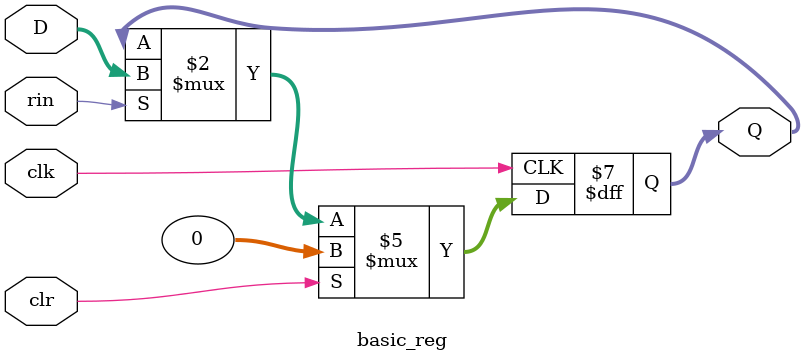
<source format=v>
module basic_reg(clr, clk, rin, D, Q);
	input wire clr, clk, rin;
	input wire [31:0]D;
	output reg [31:0]Q;

	
	always @(posedge clk) begin
		if (clr)
			Q <= 0;
		else if (rin)
			Q <= D;
	end
endmodule
	
	
</source>
